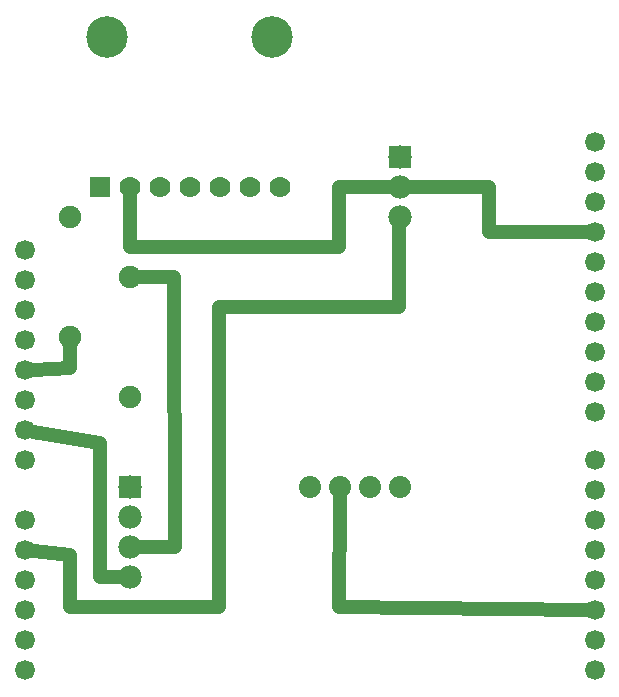
<source format=gtl>
G04 MADE WITH FRITZING*
G04 WWW.FRITZING.ORG*
G04 DOUBLE SIDED*
G04 HOLES PLATED*
G04 CONTOUR ON CENTER OF CONTOUR VECTOR*
%ASAXBY*%
%FSLAX23Y23*%
%MOIN*%
%OFA0B0*%
%SFA1.0B1.0*%
%ADD10C,0.075000*%
%ADD11C,0.078000*%
%ADD12C,0.138425*%
%ADD13C,0.070000*%
%ADD14C,0.073889*%
%ADD15C,0.066195*%
%ADD16C,0.066222*%
%ADD17R,0.078000X0.078000*%
%ADD18R,0.070000X0.070000*%
%ADD19C,0.048000*%
%LNCOPPER1*%
G90*
G70*
G54D10*
X2401Y2750D03*
X2401Y3150D03*
G54D11*
X2401Y2450D03*
X2401Y2350D03*
X2401Y2250D03*
X2401Y2150D03*
X3301Y3550D03*
X3301Y3450D03*
X3301Y3350D03*
G54D12*
X2326Y3950D03*
G54D13*
X2901Y3450D03*
X2301Y3450D03*
X2401Y3450D03*
G54D12*
X2876Y3950D03*
G54D13*
X2501Y3450D03*
X2601Y3450D03*
X2701Y3450D03*
X2801Y3450D03*
G54D14*
X3301Y2450D03*
X3201Y2450D03*
X3101Y2450D03*
X3001Y2450D03*
G54D10*
X2201Y2950D03*
X2201Y3350D03*
G54D15*
X2051Y2240D03*
X2051Y2140D03*
X2051Y2040D03*
X2051Y1940D03*
X2051Y1840D03*
G54D16*
X3951Y2700D03*
X3951Y2800D03*
X3951Y2900D03*
X3951Y3000D03*
X3951Y3100D03*
X3951Y3200D03*
X3951Y3300D03*
X3951Y3400D03*
X3951Y3500D03*
X3951Y3600D03*
X3951Y1840D03*
X3951Y1940D03*
X3951Y2040D03*
X3951Y2140D03*
X3951Y2240D03*
X3951Y2340D03*
X3951Y2440D03*
X3951Y2540D03*
G54D15*
X2051Y3140D03*
X2051Y3240D03*
X2051Y3040D03*
X2051Y2940D03*
X2051Y2840D03*
X2051Y2740D03*
X2051Y2640D03*
X2051Y2540D03*
X2051Y2340D03*
G54D17*
X2401Y2450D03*
X3301Y3550D03*
G54D18*
X2301Y3450D03*
G54D19*
X2201Y2849D02*
X2081Y2842D01*
D02*
X2201Y2921D02*
X2201Y2849D01*
D02*
X2301Y2599D02*
X2080Y2635D01*
D02*
X2370Y2150D02*
X2301Y2151D01*
D02*
X2301Y2151D02*
X2301Y2599D01*
D02*
X2429Y3150D02*
X2550Y3151D01*
D02*
X2201Y2225D02*
X2201Y2050D01*
D02*
X2201Y2050D02*
X2700Y2050D01*
D02*
X2081Y2237D02*
X2201Y2225D01*
D02*
X2551Y2250D02*
X2431Y2250D01*
D02*
X2550Y3151D02*
X2551Y2250D01*
D02*
X3300Y3050D02*
X3300Y3320D01*
D02*
X2700Y3050D02*
X3300Y3050D01*
D02*
X2700Y2050D02*
X2700Y3050D01*
D02*
X3920Y2040D02*
X3100Y2051D01*
D02*
X3100Y2051D02*
X3101Y2416D01*
D02*
X3600Y3300D02*
X3920Y3300D01*
D02*
X3600Y3450D02*
X3600Y3300D01*
D02*
X3331Y3450D02*
X3600Y3450D01*
D02*
X2401Y3250D02*
X2401Y3419D01*
D02*
X3100Y3450D02*
X3100Y3250D01*
D02*
X3100Y3250D02*
X2401Y3250D01*
D02*
X3270Y3450D02*
X3100Y3450D01*
G04 End of Copper1*
M02*
</source>
